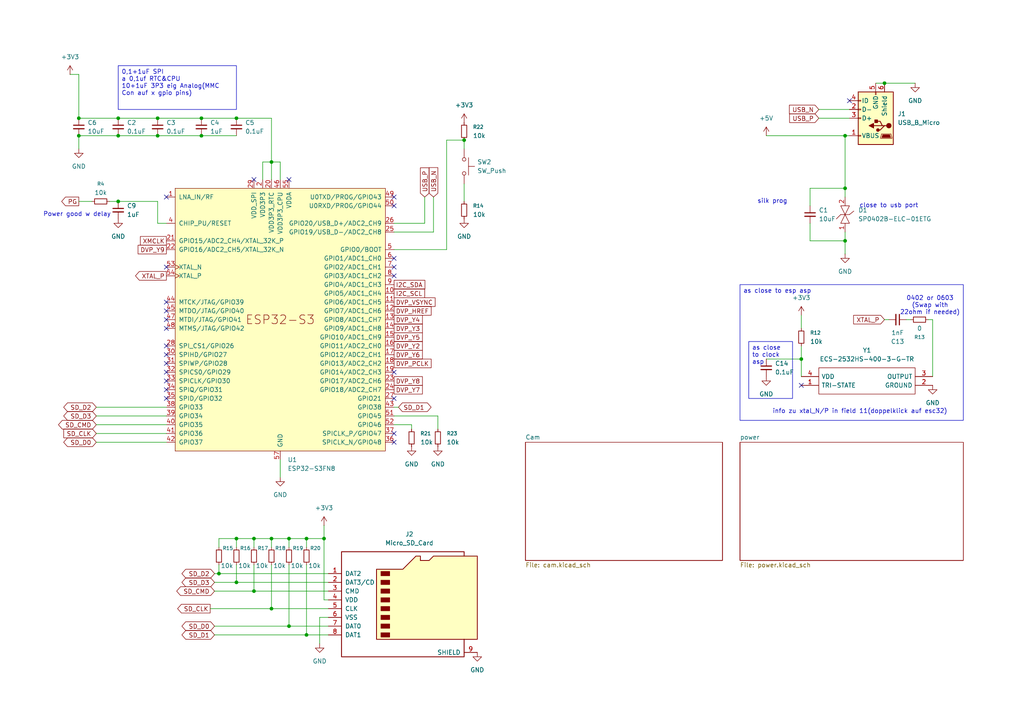
<source format=kicad_sch>
(kicad_sch (version 20250114) (generator "eeschema") (generator_version "9.0")
  (paper "A4")
  (lib_symbols
    (symbol "Connector:Micro_SD_Card" (pin_names (offset 1.016))
      (property "Reference" "J" (at -16.51 15.24 0))
      (property "Value" "Micro_SD_Card" (at 16.51 15.24 0))
      (symbol "Micro_SD_Card_0_1"
        (polyline (pts (xy -8.89 -11.43) (xy -8.89 8.89) (xy -1.27 8.89) (xy 2.54 12.7) (xy 3.81 12.7) (xy 3.81 11.43) (xy 6.35 11.43) (xy 7.62 12.7) (xy 20.32 12.7) (xy 20.32 -11.43) (xy -8.89 -11.43)) (stroke (width 0.254)) (fill (type background)))
        (rectangle (start -7.62 8.255) (end -5.08 6.985) (fill (type outline)))
        (rectangle (start -7.62 5.715) (end -5.08 4.445) (fill (type outline)))
        (rectangle (start -7.62 3.175) (end -5.08 1.905) (fill (type outline)))
        (rectangle (start -7.62 0.635) (end -5.08 -0.635) (fill (type outline)))
        (rectangle (start -7.62 -1.905) (end -5.08 -3.175) (fill (type outline)))
        (rectangle (start -7.62 -4.445) (end -5.08 -5.715) (fill (type outline)))
        (rectangle (start -7.62 -6.985) (end -5.08 -8.255) (fill (type outline)))
        (rectangle (start -7.62 -9.525) (end -5.08 -10.795) (fill (type outline)))
        (polyline (pts (xy 16.51 12.7) (xy 16.51 13.97) (xy -19.05 13.97) (xy -19.05 -16.51) (xy 16.51 -16.51) (xy 16.51 -11.43)) (stroke (width 0.254)))
      )
      (symbol "Micro_SD_Card_1_1"
        (pin bidirectional line (at -22.86 7.62 0) (length 3.81) (name "DAT2") (number "1"))
        (pin bidirectional line (at -22.86 5.08 0) (length 3.81) (name "DAT3/CD") (number "2"))
        (pin input line (at -22.86 2.54 0) (length 3.81) (name "CMD") (number "3"))
        (pin power_in line (at -22.86 0 0) (length 3.81) (name "VDD") (number "4"))
        (pin input line (at -22.86 -2.54 0) (length 3.81) (name "CLK") (number "5"))
        (pin power_in line (at -22.86 -5.08 0) (length 3.81) (name "VSS") (number "6"))
        (pin bidirectional line (at -22.86 -7.62 0) (length 3.81) (name "DAT0") (number "7"))
        (pin bidirectional line (at -22.86 -10.16 0) (length 3.81) (name "DAT1") (number "8"))
        (pin passive line (at 20.32 -15.24 180) (length 3.81) (name "SHIELD") (number "9"))
      )
    )
    (symbol "Connector:USB_B_Micro" (pin_names (offset 1.016))
      (property "Reference" "J" (at -5.08 11.43 0))
      (property "Value" "USB_B_Micro" (at -5.08 8.89 0))
      (symbol "USB_B_Micro_0_1"
        (rectangle (start -5.08 -7.62) (end 5.08 7.62) (stroke (width 0.254)) (fill (type background)))
        (polyline (pts (xy -4.699 5.842) (xy -4.699 5.588) (xy -4.445 4.826) (xy -4.445 4.572) (xy -1.651 4.572) (xy -1.651 4.826) (xy -1.397 5.588) (xy -1.397 5.842) (xy -4.699 5.842)))
        (polyline (pts (xy -4.318 5.588) (xy -1.778 5.588) (xy -2.032 4.826) (xy -4.064 4.826) (xy -4.318 5.588)) (fill (type outline)))
        (circle (center -3.81 2.159) (radius 0.635) (stroke (width 0.254)) (fill (type outline)))
        (polyline (pts (xy -3.175 2.159) (xy -2.54 2.159) (xy -1.27 3.429) (xy -0.635 3.429)) (stroke (width 0.254)))
        (polyline (pts (xy -2.54 2.159) (xy -1.905 2.159) (xy -1.27 0.889) (xy 0 0.889)) (stroke (width 0.254)))
        (polyline (pts (xy -1.905 2.159) (xy 0.635 2.159)) (stroke (width 0.254)))
        (circle (center -0.635 3.429) (radius 0.381) (stroke (width 0.254)) (fill (type outline)))
        (rectangle (start -0.127 -7.62) (end 0.127 -6.858))
        (rectangle (start 0.254 1.27) (end -0.508 0.508) (stroke (width 0.254)) (fill (type outline)))
        (polyline (pts (xy 0.635 2.794) (xy 0.635 1.524) (xy 1.905 2.159) (xy 0.635 2.794)) (stroke (width 0.254)) (fill (type outline)))
        (rectangle (start 5.08 4.953) (end 4.318 5.207))
        (rectangle (start 5.08 -0.127) (end 4.318 0.127))
        (rectangle (start 5.08 -2.667) (end 4.318 -2.413))
        (rectangle (start 5.08 -5.207) (end 4.318 -4.953))
      )
      (symbol "USB_B_Micro_1_1"
        (pin passive line (at -2.54 -10.16 90) (length 2.54) (name "Shield") (number "6"))
        (pin power_out line (at 0 -10.16 90) (length 2.54) (name "GND") (number "5"))
        (pin power_out line (at 7.62 5.08 180) (length 2.54) (name "VBUS") (number "1"))
        (pin bidirectional line (at 7.62 0 180) (length 2.54) (name "D+") (number "3"))
        (pin bidirectional line (at 7.62 -2.54 180) (length 2.54) (name "D-") (number "2"))
        (pin passive line (at 7.62 -5.08 180) (length 2.54) (name "ID") (number "4"))
      )
    )
    (symbol "Device:C_Small" (pin_numbers (hide yes)) (pin_names (offset 0.254) (hide yes))
      (property "Reference" "C" (at 0.254 1.778 0))
      (property "Value" "C_Small" (at 0.254 -2.032 0))
      (symbol "C_Small_0_1"
        (polyline (pts (xy -1.524 0.508) (xy 1.524 0.508)) (stroke (width 0.3048)))
        (polyline (pts (xy -1.524 -0.508) (xy 1.524 -0.508)) (stroke (width 0.3302)))
      )
      (symbol "C_Small_1_1"
        (pin passive line (at 0 2.54 270) (length 2.032) (name "~") (number "1"))
        (pin passive line (at 0 -2.54 90) (length 2.032) (name "~") (number "2"))
      )
    )
    (symbol "Device:R_Small" (pin_numbers (hide yes)) (pin_names (offset 0.254) (hide yes))
      (property "Reference" "R" (at 0 0 90))
      (property "Value" "R_Small" (at 1.778 0 90))
      (symbol "R_Small_0_1"
        (rectangle (start -0.762 1.778) (end 0.762 -1.778) (stroke (width 0.2032)))
      )
      (symbol "R_Small_1_1"
        (pin passive line (at 0 2.54 270) (length 0.762) (name "~") (number "1"))
        (pin passive line (at 0 -2.54 90) (length 0.762) (name "~") (number "2"))
      )
    )
    (symbol "PCM_Espressif:ESP32-S3" (pin_names (offset 1.016))
      (property "Reference" "U" (at -30.48 43.18 0))
      (property "Value" "ESP32-S3" (at -30.48 40.64 0))
      (symbol "ESP32-S3_0_0"
        (text "ESP32-S3" (at 0 0 0) (effects (font (size 2.54 2.54))))
        (pin bidirectional line (at 33.02 -33.02 180) (length 2.54) (name "SPICLK_P/GPIO47") (number "37"))
        (pin bidirectional line (at 33.02 -35.56 180) (length 2.54) (name "SPICLK_N/GPIO48") (number "36"))
      )
      (symbol "ESP32-S3_0_1"
        (rectangle (start -30.48 38.1) (end 30.48 -38.1) (fill (type background)))
      )
      (symbol "ESP32-S3_1_1"
        (pin bidirectional line (at -33.02 35.56 0) (length 2.54) (name "LNA_IN/RF") (number "1"))
        (pin input line (at -33.02 27.94 0) (length 2.54) (name "CHIP_PU/RESET") (number "4"))
        (pin bidirectional line (at -33.02 22.86 0) (length 2.54) (name "GPIO15/ADC2_CH4/XTAL_32K_P") (number "21"))
        (pin bidirectional line (at -33.02 20.32 0) (length 2.54) (name "GPIO16/ADC2_CH5/XTAL_32K_N") (number "22"))
        (pin input clock (at -33.02 15.24 0) (length 2.54) (name "XTAL_N") (number "53"))
        (pin output clock (at -33.02 12.7 0) (length 2.54) (name "XTAL_P") (number "54"))
        (pin bidirectional line (at -33.02 5.08 0) (length 2.54) (name "MTCK/JTAG/GPIO39") (number "44"))
        (pin bidirectional line (at -33.02 2.54 0) (length 2.54) (name "MTDO/JTAG/GPIO40") (number "45"))
        (pin bidirectional line (at -33.02 0 0) (length 2.54) (name "MTDI/JTAG/GPIO41") (number "47"))
        (pin bidirectional line (at -33.02 -2.54 0) (length 2.54) (name "MTMS/JTAG/GPIO42") (number "48"))
        (pin bidirectional line (at -33.02 -7.62 0) (length 2.54) (name "SPI_CS1/GPIO26") (number "28"))
        (pin bidirectional line (at -33.02 -10.16 0) (length 2.54) (name "SPIHD/GPIO27") (number "30"))
        (pin bidirectional line (at -33.02 -12.7 0) (length 2.54) (name "SPIWP/GPIO28") (number "31"))
        (pin bidirectional line (at -33.02 -15.24 0) (length 2.54) (name "SPICS0/GPIO29") (number "32"))
        (pin bidirectional line (at -33.02 -17.78 0) (length 2.54) (name "SPICLK/GPIO30") (number "33"))
        (pin bidirectional line (at -33.02 -20.32 0) (length 2.54) (name "SPIQ/GPIO31") (number "34"))
        (pin bidirectional line (at -33.02 -22.86 0) (length 2.54) (name "SPID/GPIO32") (number "35"))
        (pin bidirectional line (at -33.02 -25.4 0) (length 2.54) (name "GPIO33") (number "38"))
        (pin bidirectional line (at -33.02 -27.94 0) (length 2.54) (name "GPIO34") (number "39"))
        (pin bidirectional line (at -33.02 -30.48 0) (length 2.54) (name "GPIO35") (number "40"))
        (pin bidirectional line (at -33.02 -33.02 0) (length 2.54) (name "GPIO36") (number "41"))
        (pin bidirectional line (at -33.02 -35.56 0) (length 2.54) (name "GPIO37") (number "42"))
        (pin power_out line (at -7.62 40.64 270) (length 2.54) (name "VDD_SPI") (number "29"))
        (pin power_in line (at -5.08 40.64 270) (length 2.54) (name "VDD3P3") (number "2"))
        (pin power_in line (at -5.08 40.64 270) (length 2.54) (hide yes) (name "VDD3P3") (number "3"))
        (pin power_in line (at -2.54 40.64 270) (length 2.54) (name "VDD3P3_RTC") (number "20"))
        (pin power_in line (at 0 40.64 270) (length 2.54) (name "VDD3P3_CPU") (number "46"))
        (pin power_in line (at 0 -40.64 90) (length 2.54) (name "GND") (number "57"))
        (pin power_in line (at 2.54 40.64 270) (length 2.54) (name "VDDA") (number "55"))
        (pin passive line (at 2.54 40.64 270) (length 2.54) (hide yes) (name "VDDA") (number "56"))
        (pin bidirectional line (at 33.02 35.56 180) (length 2.54) (name "U0TXD/PROG/GPIO43") (number "49"))
        (pin bidirectional line (at 33.02 33.02 180) (length 2.54) (name "U0RXD/PROG/GPIO44") (number "50"))
        (pin bidirectional line (at 33.02 27.94 180) (length 2.54) (name "GPIO20/USB_D+/ADC2_CH9") (number "26"))
        (pin bidirectional line (at 33.02 25.4 180) (length 2.54) (name "GPIO19/USB_D-/ADC2_CH8") (number "25"))
        (pin bidirectional line (at 33.02 20.32 180) (length 2.54) (name "GPIO0/BOOT") (number "5"))
        (pin bidirectional line (at 33.02 17.78 180) (length 2.54) (name "GPIO1/ADC1_CH0") (number "6"))
        (pin bidirectional line (at 33.02 15.24 180) (length 2.54) (name "GPIO2/ADC1_CH1") (number "7"))
        (pin bidirectional line (at 33.02 12.7 180) (length 2.54) (name "GPIO3/ADC1_CH2") (number "8"))
        (pin bidirectional line (at 33.02 10.16 180) (length 2.54) (name "GPIO4/ADC1_CH3") (number "9"))
        (pin bidirectional line (at 33.02 7.62 180) (length 2.54) (name "GPIO5/ADC1_CH4") (number "10"))
        (pin bidirectional line (at 33.02 5.08 180) (length 2.54) (name "GPIO6/ADC1_CH5") (number "11"))
        (pin bidirectional line (at 33.02 2.54 180) (length 2.54) (name "GPIO7/ADC1_CH6") (number "12"))
        (pin bidirectional line (at 33.02 0 180) (length 2.54) (name "GPIO8/ADC1_CH7") (number "13"))
        (pin bidirectional line (at 33.02 -2.54 180) (length 2.54) (name "GPIO9/ADC1_CH8") (number "14"))
        (pin bidirectional line (at 33.02 -5.08 180) (length 2.54) (name "GPIO10/ADC1_CH9") (number "15"))
        (pin bidirectional line (at 33.02 -7.62 180) (length 2.54) (name "GPIO11/ADC2_CH0") (number "16"))
        (pin bidirectional line (at 33.02 -10.16 180) (length 2.54) (name "GPIO12/ADC2_CH1") (number "17"))
        (pin bidirectional line (at 33.02 -12.7 180) (length 2.54) (name "GPIO13/ADC2_CH2") (number "18"))
        (pin bidirectional line (at 33.02 -15.24 180) (length 2.54) (name "GPIO14/ADC2_CH3") (number "19"))
        (pin bidirectional line (at 33.02 -17.78 180) (length 2.54) (name "GPIO17/ADC2_CH6") (number "23"))
        (pin bidirectional line (at 33.02 -20.32 180) (length 2.54) (name "GPIO18/ADC2_CH7") (number "24"))
        (pin bidirectional line (at 33.02 -22.86 180) (length 2.54) (name "GPIO21") (number "27"))
        (pin bidirectional line (at 33.02 -25.4 180) (length 2.54) (name "GPIO38") (number "43"))
        (pin bidirectional line (at 33.02 -27.94 180) (length 2.54) (name "GPIO45") (number "51"))
        (pin bidirectional line (at 33.02 -30.48 180) (length 2.54) (name "GPIO46") (number "52"))
      )
    )
    (symbol "SamacSys_Parts2:SP0402B-ELC-01ETG" (pin_names (offset 0.762))
      (property "Reference" "D" (at 12.7 8.89 0))
      (property "Value" "SP0402B-ELC-01ETG" (at 12.7 6.35 0))
      (symbol "SP0402B-ELC-01ETG_0_0"
        (pin passive line (at 5.08 0 0) (length 2.54) (name "~") (number "1"))
        (pin passive line (at 15.24 0 180) (length 2.54) (name "~") (number "2"))
      )
      (symbol "SP0402B-ELC-01ETG_0_1"
        (polyline (pts (xy 8.89 2.54) (xy 10.16 1.27)) (stroke (width 0.1524)))
        (polyline (pts (xy 10.16 0) (xy 7.62 -1.27) (xy 7.62 1.27) (xy 10.16 0)) (stroke (width 0.1524)))
        (polyline (pts (xy 10.16 0) (xy 12.7 -1.27) (xy 12.7 1.27) (xy 10.16 0)) (stroke (width 0.1524)))
        (polyline (pts (xy 10.16 -1.27) (xy 10.16 1.27)) (stroke (width 0.1524)))
        (polyline (pts (xy 10.16 -1.27) (xy 11.176 -2.54)) (stroke (width 0.1524)))
      )
    )
    (symbol "SamacSys_Parts:ECS-2532HS-400-3-G-TR" (pin_names (offset 0.762))
      (property "Reference" "Y" (at 34.29 7.62 0))
      (property "Value" "ECS-2532HS-400-3-G-TR" (at 34.29 5.08 0))
      (symbol "ECS-2532HS-400-3-G-TR_0_0"
        (pin passive line (at 0 0 0) (length 5.08) (name "VDD") (number "4"))
        (pin passive line (at 0 -2.54 0) (length 5.08) (name "TRI-STATE") (number "1"))
        (pin passive line (at 38.1 0 180) (length 5.08) (name "OUTPUT") (number "3"))
        (pin passive line (at 38.1 -2.54 180) (length 5.08) (name "GROUND") (number "2"))
      )
      (symbol "ECS-2532HS-400-3-G-TR_0_1"
        (polyline (pts (xy 5.08 2.54) (xy 33.02 2.54) (xy 33.02 -5.08) (xy 5.08 -5.08) (xy 5.08 2.54)) (stroke (width 0.1524)))
      )
    )
    (symbol "Switch:SW_Push" (pin_numbers (hide yes)) (pin_names (offset 1.016) (hide yes))
      (property "Reference" "SW" (at 1.27 2.54 0))
      (property "Value" "SW_Push" (at 0 -1.524 0))
      (symbol "SW_Push_0_1"
        (circle (center -2.032 0) (radius 0.508))
        (polyline (pts (xy 0 1.27) (xy 0 3.048)))
        (circle (center 2.032 0) (radius 0.508))
        (polyline (pts (xy 2.54 1.27) (xy -2.54 1.27)))
        (pin passive line (at -5.08 0 0) (length 2.54) (name "1") (number "1"))
        (pin passive line (at 5.08 0 180) (length 2.54) (name "2") (number "2"))
      )
    )
    (symbol "power:+3V3" (power) (pin_numbers (hide yes)) (pin_names (offset 0) (hide yes))
      (property "Value" "+3V3" (at 0 3.556 0))
      (symbol "+3V3_0_1"
        (polyline (pts (xy -0.762 1.27) (xy 0 2.54)))
        (polyline (pts (xy 0 2.54) (xy 0.762 1.27)))
        (polyline (pts (xy 0 0) (xy 0 2.54)))
      )
      (symbol "+3V3_1_1"
        (pin power_in line (at 0 0 90) (length 0) (name "~") (number "1"))
      )
    )
    (symbol "power:+5V" (power) (pin_numbers (hide yes)) (pin_names (offset 0) (hide yes))
      (property "Value" "+5V" (at 0 3.556 0))
      (symbol "+5V_0_1"
        (polyline (pts (xy -0.762 1.27) (xy 0 2.54)))
        (polyline (pts (xy 0 2.54) (xy 0.762 1.27)))
        (polyline (pts (xy 0 0) (xy 0 2.54)))
      )
      (symbol "+5V_1_1"
        (pin power_in line (at 0 0 90) (length 0) (name "~") (number "1"))
      )
    )
    (symbol "power:GND" (power) (pin_numbers (hide yes)) (pin_names (offset 0) (hide yes))
      (property "Value" "GND" (at 0 -3.81 0))
      (symbol "GND_0_1"
        (polyline (pts (xy 0 0) (xy 0 -1.27) (xy 1.27 -1.27) (xy 0 -2.54) (xy -1.27 -1.27) (xy 0 -1.27)))
      )
      (symbol "GND_1_1"
        (pin power_in line (at 0 0 270) (length 0) (name "~") (number "1"))
      )
    )
  )
  (text "Power good w delay" (at 22.352 62.23 0) (effects (font (size 1.27 1.27))))
  (text "close to usb port" (at 257.81 59.69 0) (effects (font (size 1.27 1.27))))
  (text "0402 or 0603\n(Swap with\n22ohm if needed)" (at 269.748 88.646 0) (effects (font (size 1.27 1.27))))
  (text "silk prog" (at 224.028 58.42 0) (effects (font (size 1.27 1.27))))
  (text "info zu xtal_N/P in field 11(doppelklick auf esc32)" (at 249.428 119.38 0) (effects (font (size 1.27 1.27))))
  (text_box "as close to esp asp" (at 214.63 82.55 0) (size 64.77 39.37) (margins 0.9525 0.9525 0.9525 0.9525) (effects (font (size 1.27 1.27)) (justify left top)))
  (text_box "0,1+1uF SPI\na 0,1uf RTC&CPU\n10+1uF 3P3 eig Analog(MMC Con auf x gpio pins)" (at 34.29 19.05 0) (size 34.29 12.7) (margins 0.9525 0.9525 0.9525 0.9525) (effects (font (size 1.27 1.27)) (justify left top)))
  (text_box "as close to clock asp" (at 217.17 99.06 0) (size 12.7 16.51) (margins 0.9525 0.9525 0.9525 0.9525) (effects (font (size 1.27 1.27)) (justify left top)))
  (junction (at 34.29 39.37))
  (junction (at 58.42 34.29))
  (junction (at 22.86 39.37))
  (junction (at 22.86 34.29))
  (junction (at 45.72 39.37))
  (junction (at 78.74 176.53))
  (junction (at 45.72 34.29))
  (junction (at 93.98 156.21))
  (junction (at 245.11 69.85))
  (junction (at 78.74 46.99))
  (junction (at 88.9 184.15))
  (junction (at 245.11 54.61))
  (junction (at 83.82 156.21))
  (junction (at 232.41 104.14))
  (junction (at 83.82 181.61))
  (junction (at 68.58 34.29))
  (junction (at 256.54 24.13))
  (junction (at 73.66 156.21))
  (junction (at 245.11 39.37))
  (junction (at 58.42 39.37))
  (junction (at 34.29 34.29))
  (junction (at 63.5 166.37))
  (junction (at 78.74 156.21))
  (junction (at 68.58 168.91))
  (junction (at 34.29 58.42))
  (junction (at 68.58 156.21))
  (junction (at 73.66 171.45))
  (junction (at 88.9 156.21))
  (junction (at 134.62 40.64))
  (no_connect (at 114.3 80.01))
  (no_connect (at 48.26 95.25))
  (no_connect (at 114.3 59.69))
  (no_connect (at 73.66 52.07))
  (no_connect (at 48.26 102.87))
  (no_connect (at 114.3 125.73))
  (no_connect (at 48.26 115.57))
  (no_connect (at 114.3 77.47))
  (no_connect (at 48.26 57.15))
  (no_connect (at 114.3 57.15))
  (no_connect (at 48.26 87.63))
  (no_connect (at 48.26 77.47))
  (no_connect (at 48.26 100.33))
  (no_connect (at 48.26 90.17))
  (no_connect (at 48.26 107.95))
  (no_connect (at 114.3 107.95))
  (no_connect (at 114.3 115.57))
  (no_connect (at 114.3 74.93))
  (no_connect (at 48.26 92.71))
  (no_connect (at 48.26 110.49))
  (no_connect (at 114.3 128.27))
  (no_connect (at 246.38 29.21))
  (no_connect (at 83.82 52.07))
  (no_connect (at 48.26 113.03))
  (no_connect (at 232.41 111.76))
  (no_connect (at 48.26 105.41))
  (wire (pts (xy 92.71 179.07) (xy 92.71 186.69)))
  (wire (pts (xy 78.74 156.21) (xy 78.74 158.75)))
  (wire (pts (xy 78.74 176.53) (xy 95.25 176.53)))
  (wire (pts (xy 27.94 123.19) (xy 48.26 123.19)))
  (wire (pts (xy 129.54 40.64) (xy 129.54 72.39)))
  (wire (pts (xy 134.62 53.34) (xy 134.62 58.42)))
  (wire (pts (xy 63.5 158.75) (xy 63.5 156.21)))
  (wire (pts (xy 78.74 163.83) (xy 78.74 176.53)))
  (wire (pts (xy 20.32 21.59) (xy 22.86 21.59)))
  (wire (pts (xy 257.81 92.71) (xy 256.54 92.71)))
  (wire (pts (xy 62.23 166.37) (xy 63.5 166.37)))
  (wire (pts (xy 45.72 64.77) (xy 48.26 64.77)))
  (wire (pts (xy 270.51 92.71) (xy 269.24 92.71)))
  (wire (pts (xy 232.41 109.22) (xy 232.41 104.14)))
  (wire (pts (xy 83.82 163.83) (xy 83.82 181.61)))
  (wire (pts (xy 22.86 21.59) (xy 22.86 34.29)))
  (wire (pts (xy 63.5 156.21) (xy 68.58 156.21)))
  (wire (pts (xy 134.62 40.64) (xy 134.62 43.18)))
  (wire (pts (xy 76.2 52.07) (xy 76.2 46.99)))
  (wire (pts (xy 62.23 168.91) (xy 68.58 168.91)))
  (wire (pts (xy 68.58 163.83) (xy 68.58 168.91)))
  (wire (pts (xy 245.11 67.31) (xy 245.11 69.85)))
  (wire (pts (xy 76.2 46.99) (xy 78.74 46.99)))
  (wire (pts (xy 232.41 104.14) (xy 222.25 104.14)))
  (wire (pts (xy 234.95 64.77) (xy 234.95 69.85)))
  (wire (pts (xy 245.11 54.61) (xy 245.11 57.15)))
  (wire (pts (xy 73.66 163.83) (xy 73.66 171.45)))
  (wire (pts (xy 123.19 64.77) (xy 123.19 57.15)))
  (wire (pts (xy 232.41 104.14) (xy 232.41 100.33)))
  (wire (pts (xy 60.96 176.53) (xy 78.74 176.53)))
  (wire (pts (xy 73.66 156.21) (xy 73.66 158.75)))
  (wire (pts (xy 245.11 39.37) (xy 246.38 39.37)))
  (wire (pts (xy 93.98 156.21) (xy 93.98 152.4)))
  (wire (pts (xy 81.28 133.35) (xy 81.28 138.43)))
  (wire (pts (xy 245.11 69.85) (xy 245.11 73.66)))
  (wire (pts (xy 27.94 125.73) (xy 48.26 125.73)))
  (wire (pts (xy 45.72 58.42) (xy 45.72 64.77)))
  (wire (pts (xy 73.66 171.45) (xy 95.25 171.45)))
  (wire (pts (xy 234.95 69.85) (xy 245.11 69.85)))
  (wire (pts (xy 256.54 24.13) (xy 265.43 24.13)))
  (wire (pts (xy 62.23 181.61) (xy 83.82 181.61)))
  (wire (pts (xy 27.94 118.11) (xy 48.26 118.11)))
  (wire (pts (xy 78.74 52.07) (xy 78.74 46.99)))
  (wire (pts (xy 234.95 59.69) (xy 234.95 54.61)))
  (wire (pts (xy 237.49 31.75) (xy 246.38 31.75)))
  (wire (pts (xy 22.86 39.37) (xy 34.29 39.37)))
  (wire (pts (xy 27.94 128.27) (xy 48.26 128.27)))
  (wire (pts (xy 58.42 34.29) (xy 68.58 34.29)))
  (wire (pts (xy 34.29 34.29) (xy 45.72 34.29)))
  (wire (pts (xy 264.16 92.71) (xy 262.89 92.71)))
  (wire (pts (xy 237.49 34.29) (xy 246.38 34.29)))
  (wire (pts (xy 232.41 95.25) (xy 232.41 91.44)))
  (wire (pts (xy 62.23 184.15) (xy 88.9 184.15)))
  (wire (pts (xy 125.73 67.31) (xy 125.73 57.15)))
  (wire (pts (xy 68.58 156.21) (xy 73.66 156.21)))
  (wire (pts (xy 88.9 156.21) (xy 93.98 156.21)))
  (wire (pts (xy 270.51 92.71) (xy 270.51 109.22)))
  (wire (pts (xy 88.9 156.21) (xy 88.9 158.75)))
  (wire (pts (xy 114.3 123.19) (xy 119.38 123.19)))
  (wire (pts (xy 63.5 163.83) (xy 63.5 166.37)))
  (wire (pts (xy 62.23 171.45) (xy 73.66 171.45)))
  (wire (pts (xy 95.25 179.07) (xy 92.71 179.07)))
  (wire (pts (xy 222.25 39.37) (xy 245.11 39.37)))
  (wire (pts (xy 83.82 181.61) (xy 95.25 181.61)))
  (wire (pts (xy 63.5 166.37) (xy 95.25 166.37)))
  (wire (pts (xy 119.38 123.19) (xy 119.38 124.46)))
  (wire (pts (xy 245.11 39.37) (xy 245.11 54.61)))
  (wire (pts (xy 68.58 39.37) (xy 58.42 39.37)))
  (wire (pts (xy 254 24.13) (xy 256.54 24.13)))
  (wire (pts (xy 114.3 118.11) (xy 115.57 118.11)))
  (wire (pts (xy 68.58 156.21) (xy 68.58 158.75)))
  (wire (pts (xy 27.94 120.65) (xy 48.26 120.65)))
  (wire (pts (xy 45.72 34.29) (xy 58.42 34.29)))
  (wire (pts (xy 78.74 34.29) (xy 78.74 46.99)))
  (wire (pts (xy 83.82 156.21) (xy 83.82 158.75)))
  (wire (pts (xy 88.9 184.15) (xy 95.25 184.15)))
  (wire (pts (xy 78.74 46.99) (xy 81.28 46.99)))
  (wire (pts (xy 129.54 40.64) (xy 134.62 40.64)))
  (wire (pts (xy 31.75 58.42) (xy 34.29 58.42)))
  (wire (pts (xy 81.28 52.07) (xy 81.28 46.99)))
  (wire (pts (xy 234.95 54.61) (xy 245.11 54.61)))
  (wire (pts (xy 34.29 58.42) (xy 45.72 58.42)))
  (wire (pts (xy 114.3 64.77) (xy 123.19 64.77)))
  (wire (pts (xy 68.58 168.91) (xy 95.25 168.91)))
  (wire (pts (xy 114.3 120.65) (xy 127 120.65)))
  (wire (pts (xy 78.74 34.29) (xy 68.58 34.29)))
  (wire (pts (xy 22.86 39.37) (xy 22.86 43.18)))
  (wire (pts (xy 95.25 173.99) (xy 93.98 173.99)))
  (wire (pts (xy 78.74 156.21) (xy 83.82 156.21)))
  (wire (pts (xy 88.9 163.83) (xy 88.9 184.15)))
  (wire (pts (xy 73.66 156.21) (xy 78.74 156.21)))
  (wire (pts (xy 83.82 156.21) (xy 88.9 156.21)))
  (wire (pts (xy 45.72 39.37) (xy 34.29 39.37)))
  (wire (pts (xy 22.86 34.29) (xy 34.29 34.29)))
  (wire (pts (xy 127 120.65) (xy 127 124.46)))
  (wire (pts (xy 93.98 173.99) (xy 93.98 156.21)))
  (wire (pts (xy 58.42 39.37) (xy 45.72 39.37)))
  (wire (pts (xy 114.3 67.31) (xy 125.73 67.31)))
  (wire (pts (xy 22.86 58.42) (xy 26.67 58.42)))
  (wire (pts (xy 129.54 72.39) (xy 114.3 72.39)))
  (global_label "SD_D1" (shape bidirectional) (at 62.23 184.15 180) (property "Intersheetrefs" "${INTERSHEET_REFS}" (effects (hide yes))))
  (global_label "DVP_Y4" (shape passive) (at 114.3 92.71 0) (property "Intersheetrefs" "${INTERSHEET_REFS}" (effects (hide yes))))
  (global_label "I2C_SDA" (shape passive) (at 114.3 82.55 0) (property "Intersheetrefs" "${INTERSHEET_REFS}" (effects (hide yes))))
  (global_label "DVP_Y8" (shape passive) (at 114.3 110.49 0) (property "Intersheetrefs" "${INTERSHEET_REFS}" (effects (hide yes))))
  (global_label "SD_D0" (shape bidirectional) (at 27.94 128.27 180) (property "Intersheetrefs" "${INTERSHEET_REFS}" (effects (hide yes))))
  (global_label "SD_CMD" (shape bidirectional) (at 62.23 171.45 180) (property "Intersheetrefs" "${INTERSHEET_REFS}" (effects (hide yes))))
  (global_label "SD_D3" (shape bidirectional) (at 62.23 168.91 180) (property "Intersheetrefs" "${INTERSHEET_REFS}" (effects (hide yes))))
  (global_label "USB_N" (shape input) (at 125.73 57.15 90) (property "Intersheetrefs" "${INTERSHEET_REFS}" (effects (hide yes))))
  (global_label "DVP_Y3" (shape passive) (at 114.3 95.25 0) (property "Intersheetrefs" "${INTERSHEET_REFS}" (effects (hide yes))))
  (global_label "USB_P" (shape input) (at 237.49 34.29 180) (property "Intersheetrefs" "${INTERSHEET_REFS}" (effects (hide yes))))
  (global_label "XMCLK" (shape passive) (at 48.26 69.85 180) (property "Intersheetrefs" "${INTERSHEET_REFS}" (effects (hide yes))))
  (global_label "SD_D1" (shape bidirectional) (at 115.57 118.11 0) (property "Intersheetrefs" "${INTERSHEET_REFS}" (effects (hide yes))))
  (global_label "SD_D3" (shape bidirectional) (at 27.94 120.65 180) (property "Intersheetrefs" "${INTERSHEET_REFS}" (effects (hide yes))))
  (global_label "DVP_Y5" (shape passive) (at 114.3 97.79 0) (property "Intersheetrefs" "${INTERSHEET_REFS}" (effects (hide yes))))
  (global_label "PG" (shape output) (at 22.86 58.42 180) (property "Intersheetrefs" "${INTERSHEET_REFS}" (effects (hide yes))))
  (global_label "DVP_Y2" (shape passive) (at 114.3 100.33 0) (property "Intersheetrefs" "${INTERSHEET_REFS}" (effects (hide yes))))
  (global_label "SD_D2" (shape bidirectional) (at 62.23 166.37 180) (property "Intersheetrefs" "${INTERSHEET_REFS}" (effects (hide yes))))
  (global_label "XTAL_P" (shape output) (at 48.26 80.01 180) (property "Intersheetrefs" "${INTERSHEET_REFS}" (effects (hide yes))))
  (global_label "DVP_Y6" (shape passive) (at 114.3 102.87 0) (property "Intersheetrefs" "${INTERSHEET_REFS}" (effects (hide yes))))
  (global_label "DVP_VSYNC" (shape passive) (at 114.3 87.63 0) (property "Intersheetrefs" "${INTERSHEET_REFS}" (effects (hide yes))))
  (global_label "DVP_PCLK" (shape passive) (at 114.3 105.41 0) (property "Intersheetrefs" "${INTERSHEET_REFS}" (effects (hide yes))))
  (global_label "USB_P" (shape input) (at 123.19 57.15 90) (property "Intersheetrefs" "${INTERSHEET_REFS}" (effects (hide yes))))
  (global_label "XTAL_P" (shape input) (at 256.54 92.71 180) (property "Intersheetrefs" "${INTERSHEET_REFS}" (effects (hide yes))))
  (global_label "SD_CLK" (shape input) (at 27.94 125.73 180) (property "Intersheetrefs" "${INTERSHEET_REFS}" (effects (hide yes))))
  (global_label "DVP_HREF" (shape passive) (at 114.3 90.17 0) (property "Intersheetrefs" "${INTERSHEET_REFS}" (effects (hide yes))))
  (global_label "DVP_Y7" (shape passive) (at 114.3 113.03 0) (property "Intersheetrefs" "${INTERSHEET_REFS}" (effects (hide yes))))
  (global_label "SD_CMD" (shape bidirectional) (at 27.94 123.19 180) (property "Intersheetrefs" "${INTERSHEET_REFS}" (effects (hide yes))))
  (global_label "SD_D0" (shape bidirectional) (at 62.23 181.61 180) (property "Intersheetrefs" "${INTERSHEET_REFS}" (effects (hide yes))))
  (global_label "DVP_Y9" (shape passive) (at 48.26 72.39 180) (property "Intersheetrefs" "${INTERSHEET_REFS}" (effects (hide yes))))
  (global_label "USB_N" (shape input) (at 237.49 31.75 180) (property "Intersheetrefs" "${INTERSHEET_REFS}" (effects (hide yes))))
  (global_label "SD_CLK" (shape output) (at 60.96 176.53 180) (property "Intersheetrefs" "${INTERSHEET_REFS}" (effects (hide yes))))
  (global_label "SD_D2" (shape bidirectional) (at 27.94 118.11 180) (property "Intersheetrefs" "${INTERSHEET_REFS}" (effects (hide yes))))
  (global_label "I2C_SCL" (shape passive) (at 114.3 85.09 0) (property "Intersheetrefs" "${INTERSHEET_REFS}" (effects (hide yes))))
  (symbol (lib_id "Device:C_Small") (at 234.95 62.23 0) (unit 1)
    (property "Reference" "C1" (at 237.49 60.9662 0) (effects (justify left)))
    (property "Value" "10uF" (at 237.49 63.5062 0) (effects (justify left)))
    (property "Footprint" "Capacitor_SMD:C_0201_0603Metric" (effects (hide yes)))
    (property "Description" "Unpolarized capacitor, small symbol" (effects (hide yes)))
  )
  (symbol (lib_id "power:GND") (at 22.86 43.18 0) (unit 1)
    (property "Reference" "#PWR03" (effects (hide yes)))
    (property "Value" "GND" (at 22.86 48.26 0))
    (property "Description" "Power symbol creates a global label with name \"GND\" , ground" (effects (hide yes)))
  )
  (symbol (lib_id "Connector:USB_B_Micro") (at 254 34.29 180) (unit 1)
    (property "Reference" "J1" (at 260.35 33.0199 0) (effects (justify right)))
    (property "Value" "USB_B_Micro" (at 260.35 35.5599 0) (effects (justify right)))
    (property "Footprint" "Connector_USB:USB_Micro-AB_Molex_47590-0001" (effects (hide yes)))
    (property "Description" "USB Micro Type B connector" (effects (hide yes)))
  )
  (symbol (lib_id "Device:R_Small") (at 73.66 161.29 0) (unit 1)
    (property "Reference" "R17" (at 74.676 159.004 0) (effects (font (size 1.016 1.016)) (justify left)))
    (property "Value" "10k" (at 74.168 164.084 0) (effects (justify left)))
    (property "Footprint" "Resistor_SMD:R_0201_0603Metric" (effects (hide yes)))
    (property "Description" "Resistor, small symbol" (effects (hide yes)))
  )
  (symbol (lib_id "power:+3V3") (at 232.41 91.44 0) (unit 1)
    (property "Reference" "#PWR029" (effects (hide yes)))
    (property "Value" "+3V3" (at 232.41 86.36 0))
    (property "Description" "Power symbol creates a global label with name \"+3V3\"" (effects (hide yes)))
  )
  (symbol (lib_id "Device:R_Small") (at 78.74 161.29 0) (unit 1)
    (property "Reference" "R18" (at 79.756 159.004 0) (effects (font (size 1.016 1.016)) (justify left)))
    (property "Value" "10k" (at 79.248 164.084 0) (effects (justify left)))
    (property "Footprint" "Resistor_SMD:R_0201_0603Metric" (effects (hide yes)))
    (property "Description" "Resistor, small symbol" (effects (hide yes)))
  )
  (symbol (lib_id "power:GND") (at 34.29 63.5 0) (unit 1)
    (property "Reference" "#PWR09" (effects (hide yes)))
    (property "Value" "GND" (at 34.29 68.58 0))
    (property "Description" "Power symbol creates a global label with name \"GND\" , ground" (effects (hide yes)))
  )
  (symbol (lib_id "Device:R_Small") (at 119.38 127 0) (unit 1)
    (property "Reference" "R21" (at 121.92 125.7299 0) (effects (font (size 1.016 1.016)) (justify left)))
    (property "Value" "10k" (at 121.92 128.2699 0) (effects (justify left)))
    (property "Footprint" "Resistor_SMD:R_0201_0603Metric" (effects (hide yes)))
    (property "Description" "Resistor, small symbol" (effects (hide yes)))
  )
  (symbol (lib_id "power:GND") (at 127 129.54 0) (unit 1)
    (property "Reference" "#PWR035" (effects (hide yes)))
    (property "Value" "GND" (at 127 134.62 0))
    (property "Description" "Power symbol creates a global label with name \"GND\" , ground" (effects (hide yes)))
  )
  (symbol (lib_id "power:GND") (at 134.62 63.5 0) (unit 1)
    (property "Reference" "#PWR010" (effects (hide yes)))
    (property "Value" "GND" (at 134.62 68.58 0))
    (property "Description" "Power symbol creates a global label with name \"GND\" , ground" (effects (hide yes)))
  )
  (symbol (lib_id "SamacSys_Parts:ECS-2532HS-400-3-G-TR") (at 232.41 109.22 0) (unit 1)
    (property "Reference" "Y1" (at 251.46 101.6 0))
    (property "Value" "ECS-2532HS-400-3-G-TR" (at 251.46 104.14 0))
    (property "Footprint" "SamacSys_Parts2:ECS2532HS4003GTR" (effects (hide yes)))
    (property "Datasheet" "https://ecsxtal.com/store/pdf/ECS_2532HS.pdf" (effects (hide yes)))
    (property "Description" "Standard Clock Oscillators 40.000 MHz 3.3V" (effects (hide yes)))
    (property "Description_1" "Standard Clock Oscillators 40.000 MHz 3.3V" (effects (hide yes)))
    (property "Height" "1.1" (effects (hide yes)))
    (property "Mouser Part Number" "520-2532HS-400-3-G" (effects (hide yes)))
    (property "Mouser Price/Stock" "https://www.mouser.co.uk/ProductDetail/ECS/ECS-2532HS-400-3-G-TR?qs=5lHMIjPfuwJPbGR60BBcVw%3D%3D" (effects (hide yes)))
    (property "Manufacturer_Name" "ECS" (effects (hide yes)))
    (property "Manufacturer_Part_Number" "ECS-2532HS-400-3-G-TR" (effects (hide yes)))
    (property "Field11" "The presence of two pins (XTAL_P and XTAL_N) is dictated by the internal circuitry required to drive a Passive Crystal, which is the default use case for the chip.  Here is the technical breakdown of the internal architecture: 1. The Internal Inverting Amplifier  Inside the ESP32-S3, located physically between pin 28 and pin 27, is a high-gain Inverting Transconductance Amplifier.      XTAL_P (Pin 28): This is the Input to the internal amplifier.      XTAL_N (Pin 27): This is the Output of the internal amplifier.  2. How a Passive Crystal Works (Closed Loop)  A passive quartz crystal does not generate a signal on its own; it is a piezoelectric resonator. To make it oscillate, it must be placed in a feedback loop (specifically, a Pierce Oscillator configuration).      The internal amplifier amplifies noise on the Input (P) and pushes it out the Output (N).      This signal travels through the external Crystal connected between N and P.      The Crystal acts as a precise band-pass filter and phase shifter. It feeds the signal back into the Input (P) at exactly 40 MHz.      The loop stabilizes, creating a continuous sine wave.  Therefore, two pins are required: one to \"listen\" to the crystal (XTAL_P) and one to \"drive\" the crystal (XTAL_N). 3. Why you leave XTAL_N floating with an Active Oscillator  When you use your ECS-2520SMV active oscillator:      The external oscillator generates the full 40 MHz signal power itself.      You connect this signal into the amplifier's Input (XTAL_P).      The internal amplifier still tries to invert this signal and output it on XTAL_N, but since nothing is connected there, the signal goes nowhere.      The internal clock distribution logic taps the signal before the amplifier output, so the chip receives the clock correctly from the XTAL_P line.  Summary  The chip has two pins to form a complete electrical circuit through a passive crystal. Since you are providing a signal externally, you break that loop, drive the input (P), and ignore the output (N)." (effects (hide yes)))
  )
  (symbol (lib_id "Device:C_Small") (at 68.58 36.83 0) (unit 1)
    (property "Reference" "C5" (at 71.12 35.5662 0) (effects (justify left)))
    (property "Value" "0.1uF" (at 71.12 38.1062 0) (effects (justify left)))
    (property "Footprint" "Capacitor_SMD:C_0201_0603Metric" (effects (hide yes)))
    (property "Description" "Unpolarized capacitor, small symbol" (effects (hide yes)))
  )
  (symbol (lib_id "power:GND") (at 245.11 73.66 0) (unit 1)
    (property "Reference" "#PWR02" (effects (hide yes)))
    (property "Value" "GND" (at 245.11 78.74 0))
    (property "Description" "Power symbol creates a global label with name \"GND\" , ground" (effects (hide yes)))
  )
  (symbol (lib_id "Device:R_Small") (at 232.41 97.79 0) (unit 1)
    (property "Reference" "R12" (at 234.95 96.5199 0) (effects (font (size 1.016 1.016)) (justify left)))
    (property "Value" "10k" (at 234.95 99.0599 0) (effects (justify left)))
    (property "Footprint" "Resistor_SMD:R_0201_0603Metric" (effects (hide yes)))
    (property "Description" "Resistor, small symbol" (effects (hide yes)))
  )
  (symbol (lib_id "power:GND") (at 92.71 186.69 0) (unit 1)
    (property "Reference" "#PWR032" (effects (hide yes)))
    (property "Value" "GND" (at 92.71 191.77 0))
    (property "Description" "Power symbol creates a global label with name \"GND\" , ground" (effects (hide yes)))
  )
  (symbol (lib_id "Device:C_Small") (at 260.35 92.71 270) (unit 1)
    (property "Reference" "C13" (at 260.3437 99.06 90))
    (property "Value" "1nF" (at 260.3437 96.52 90))
    (property "Footprint" "Capacitor_SMD:C_0201_0603Metric" (effects (hide yes)))
    (property "Description" "Unpolarized capacitor, small symbol" (effects (hide yes)))
  )
  (symbol (lib_id "Device:R_Small") (at 266.7 92.71 90) (unit 1)
    (property "Reference" "R13" (at 266.7 97.79 90) (effects (font (size 1.016 1.016))))
    (property "Value" "0" (at 266.7 95.25 90))
    (property "Footprint" "Resistor_SMD:R_0201_0603Metric" (effects (hide yes)))
    (property "Description" "Resistor, small symbol" (effects (hide yes)))
  )
  (symbol (lib_id "PCM_Espressif:ESP32-S3") (at 81.28 92.71 0) (unit 1)
    (property "Reference" "U1" (at 83.4233 133.35 0) (effects (justify left)))
    (property "Value" "ESP32-S3FN8" (at 83.4233 135.89 0) (effects (justify left)))
    (property "Footprint" "Package_DFN_QFN:QFN-56-1EP_7x7mm_P0.4mm_EP5.6x5.6mm" (effects (hide yes)))
    (property "Datasheet" "https://www.espressif.com/sites/default/files/documentation/esp32-s3_datasheet_en.pdf" (effects (hide yes)))
    (property "Description" "ESP32-S3 is a low-power MCU-based system-on-chip (SoC) that supports 2.4 GHz Wi-Fi and Bluetooth® Low Energy (Bluetooth LE). It consists of high-performance dual-core microprocessor (Xtensa® 32-bit LX7), a low power coprocessor, a Wi-Fi baseband, a Bluetooth LE baseband, RF module, and peripherals." (effects (hide yes)))
  )
  (symbol (lib_id "Device:R_Small") (at 68.58 161.29 0) (unit 1)
    (property "Reference" "R16" (at 69.596 159.004 0) (effects (font (size 1.016 1.016)) (justify left)))
    (property "Value" "10k" (at 69.088 164.084 0) (effects (justify left)))
    (property "Footprint" "Resistor_SMD:R_0201_0603Metric" (effects (hide yes)))
    (property "Description" "Resistor, small symbol" (effects (hide yes)))
  )
  (symbol (lib_id "power:GND") (at 81.28 138.43 0) (unit 1)
    (property "Reference" "#PWR01" (effects (hide yes)))
    (property "Value" "GND" (at 81.28 143.51 0))
    (property "Description" "Power symbol creates a global label with name \"GND\" , ground" (effects (hide yes)))
  )
  (symbol (lib_id "power:GND") (at 119.38 129.54 0) (unit 1)
    (property "Reference" "#PWR034" (effects (hide yes)))
    (property "Value" "GND" (at 119.38 134.62 0))
    (property "Description" "Power symbol creates a global label with name \"GND\" , ground" (effects (hide yes)))
  )
  (symbol (lib_id "Device:C_Small") (at 45.72 36.83 0) (unit 1)
    (property "Reference" "C3" (at 48.26 35.5662 0) (effects (justify left)))
    (property "Value" "0.1uF" (at 48.26 38.1062 0) (effects (justify left)))
    (property "Footprint" "Capacitor_SMD:C_0201_0603Metric" (effects (hide yes)))
    (property "Description" "Unpolarized capacitor, small symbol" (effects (hide yes)))
  )
  (symbol (lib_id "power:GND") (at 270.51 111.76 0) (unit 1)
    (property "Reference" "#PWR024" (effects (hide yes)))
    (property "Value" "GND" (at 270.51 116.84 0))
    (property "Description" "Power symbol creates a global label with name \"GND\" , ground" (effects (hide yes)))
  )
  (symbol (lib_id "power:GND") (at 222.25 109.22 0) (unit 1)
    (property "Reference" "#PWR023" (effects (hide yes)))
    (property "Value" "GND" (at 222.25 114.3 0))
    (property "Description" "Power symbol creates a global label with name \"GND\" , ground" (effects (hide yes)))
  )
  (symbol (lib_id "power:+3V3") (at 20.32 21.59 0) (unit 1)
    (property "Reference" "#PWR027" (effects (hide yes)))
    (property "Value" "+3V3" (at 20.32 16.51 0))
    (property "Description" "Power symbol creates a global label with name \"+3V3\"" (effects (hide yes)))
  )
  (symbol (lib_id "power:+3V3") (at 93.98 152.4 0) (unit 1)
    (property "Reference" "#PWR030" (effects (hide yes)))
    (property "Value" "+3V3" (at 93.98 147.32 0))
    (property "Description" "Power symbol creates a global label with name \"+3V3\"" (effects (hide yes)))
  )
  (symbol (lib_id "Device:R_Small") (at 29.21 58.42 270) (unit 1)
    (property "Reference" "R4" (at 29.21 53.34 90) (effects (font (size 1.016 1.016))))
    (property "Value" "10k" (at 29.21 55.88 90))
    (property "Footprint" "Resistor_SMD:R_0201_0603Metric" (effects (hide yes)))
    (property "Description" "Resistor, small symbol" (effects (hide yes)))
  )
  (symbol (lib_id "Device:C_Small") (at 58.42 36.83 0) (unit 1)
    (property "Reference" "C4" (at 60.96 35.5662 0) (effects (justify left)))
    (property "Value" "1uF" (at 60.96 38.1062 0) (effects (justify left)))
    (property "Footprint" "Capacitor_SMD:C_0201_0603Metric" (effects (hide yes)))
    (property "Description" "Unpolarized capacitor, small symbol" (effects (hide yes)))
  )
  (symbol (lib_id "Device:C_Small") (at 22.86 36.83 0) (unit 1)
    (property "Reference" "C6" (at 25.4 35.5662 0) (effects (justify left)))
    (property "Value" "10uF" (at 25.4 38.1062 0) (effects (justify left)))
    (property "Footprint" "Capacitor_SMD:C_0201_0603Metric" (effects (hide yes)))
    (property "Description" "Unpolarized capacitor, small symbol" (effects (hide yes)))
  )
  (symbol (lib_id "Device:R_Small") (at 127 127 0) (unit 1)
    (property "Reference" "R23" (at 129.54 125.7299 0) (effects (font (size 1.016 1.016)) (justify left)))
    (property "Value" "10k" (at 129.54 128.2699 0) (effects (justify left)))
    (property "Footprint" "Resistor_SMD:R_0201_0603Metric" (effects (hide yes)))
    (property "Description" "Resistor, small symbol" (effects (hide yes)))
  )
  (symbol (lib_id "Device:R_Small") (at 134.62 38.1 0) (unit 1)
    (property "Reference" "R22" (at 137.16 36.8299 0) (effects (font (size 1.016 1.016)) (justify left)))
    (property "Value" "10k" (at 137.16 39.3699 0) (effects (justify left)))
    (property "Footprint" "Resistor_SMD:R_0201_0603Metric" (effects (hide yes)))
    (property "Description" "Resistor, small symbol" (effects (hide yes)))
  )
  (symbol (lib_id "Device:C_Small") (at 34.29 36.83 0) (unit 1)
    (property "Reference" "C2" (at 36.83 35.5662 0) (effects (justify left)))
    (property "Value" "0.1uF" (at 36.83 38.1062 0) (effects (justify left)))
    (property "Footprint" "Capacitor_SMD:C_0201_0603Metric" (effects (hide yes)))
    (property "Description" "Unpolarized capacitor, small symbol" (effects (hide yes)))
  )
  (symbol (lib_id "Device:R_Small") (at 83.82 161.29 0) (unit 1)
    (property "Reference" "R19" (at 84.836 159.004 0) (effects (font (size 1.016 1.016)) (justify left)))
    (property "Value" "10k" (at 84.328 164.084 0) (effects (justify left)))
    (property "Footprint" "Resistor_SMD:R_0201_0603Metric" (effects (hide yes)))
    (property "Description" "Resistor, small symbol" (effects (hide yes)))
  )
  (symbol (lib_id "power:GND") (at 265.43 24.13 0) (unit 1)
    (property "Reference" "#PWR025" (effects (hide yes)))
    (property "Value" "GND" (at 265.43 29.21 0))
    (property "Description" "Power symbol creates a global label with name \"GND\" , ground" (effects (hide yes)))
  )
  (symbol (lib_id "Device:C_Small") (at 222.25 106.68 0) (unit 1)
    (property "Reference" "C14" (at 224.79 105.4162 0) (effects (justify left)))
    (property "Value" "0.1uF" (at 224.79 107.9562 0) (effects (justify left)))
    (property "Footprint" "Capacitor_SMD:C_0201_0603Metric" (effects (hide yes)))
    (property "Description" "Unpolarized capacitor, small symbol" (effects (hide yes)))
  )
  (symbol (lib_id "Device:R_Small") (at 88.9 161.29 0) (unit 1)
    (property "Reference" "R20" (at 89.916 159.004 0) (effects (font (size 1.016 1.016)) (justify left)))
    (property "Value" "10k" (at 89.408 164.084 0) (effects (justify left)))
    (property "Footprint" "Resistor_SMD:R_0201_0603Metric" (effects (hide yes)))
    (property "Description" "Resistor, small symbol" (effects (hide yes)))
  )
  (symbol (lib_id "Device:R_Small") (at 134.62 60.96 0) (unit 1)
    (property "Reference" "R14" (at 137.16 59.6899 0) (effects (font (size 1.016 1.016)) (justify left)))
    (property "Value" "10k" (at 137.16 62.2299 0) (effects (justify left)))
    (property "Footprint" "Resistor_SMD:R_0201_0603Metric" (effects (hide yes)))
    (property "Description" "Resistor, small symbol" (effects (hide yes)))
  )
  (symbol (lib_id "Device:R_Small") (at 63.5 161.29 0) (unit 1)
    (property "Reference" "R15" (at 64.516 159.004 0) (effects (font (size 1.016 1.016)) (justify left)))
    (property "Value" "10k" (at 64.008 164.084 0) (effects (justify left)))
    (property "Footprint" "Resistor_SMD:R_0201_0603Metric" (effects (hide yes)))
    (property "Description" "Resistor, small symbol" (effects (hide yes)))
  )
  (symbol (lib_id "power:+3V3") (at 134.62 35.56 0) (unit 1)
    (property "Reference" "#PWR033" (effects (hide yes)))
    (property "Value" "+3V3" (at 134.62 30.48 0))
    (property "Description" "Power symbol creates a global label with name \"+3V3\"" (effects (hide yes)))
  )
  (symbol (lib_id "Device:C_Small") (at 34.29 60.96 0) (unit 1)
    (property "Reference" "C9" (at 36.83 59.6962 0) (effects (justify left)))
    (property "Value" "1uF" (at 36.83 62.2362 0) (effects (justify left)))
    (property "Footprint" "Capacitor_SMD:C_0201_0603Metric" (effects (hide yes)))
    (property "Description" "Unpolarized capacitor, small symbol" (effects (hide yes)))
  )
  (symbol (lib_id "power:+5V") (at 222.25 39.37 0) (unit 1)
    (property "Reference" "#PWR026" (effects (hide yes)))
    (property "Value" "+5V" (at 222.25 34.29 0))
    (property "Description" "Power symbol creates a global label with name \"+5V\"" (effects (hide yes)))
  )
  (symbol (lib_id "SamacSys_Parts2:SP0402B-ELC-01ETG") (at 245.11 72.39 90) (unit 1)
    (property "Reference" "D1" (at 248.92 60.9599 90) (effects (justify right)))
    (property "Value" "SP0402B-ELC-01ETG" (at 248.92 63.4999 90) (effects (justify right)))
    (property "Footprint" "SamacSys_Parts2:SP0402BELC01ETG" (effects (hide yes)))
    (property "Datasheet" "http://www.littelfuse.com/~/media/electronics/datasheets/tvs_diode_arrays/littelfuse_tvs_diode_array_enhanced_esd_discrete_tvs_datasheet.pdf.pdf" (effects (hide yes)))
    (property "Description" "ESD Suppressor Diode TVS Bi-Dir 7V 2-Pin DFN T/R" (effects (hide yes)))
    (property "Description_1" "ESD Suppressor Diode TVS Bi-Dir 7V 2-Pin DFN T/R" (effects (hide yes)))
    (property "Height" "0.55" (effects (hide yes)))
    (property "Mouser Part Number" "576-SP0402BELC-01ETG" (effects (hide yes)))
    (property "Mouser Price/Stock" "https://www.mouser.co.uk/ProductDetail/Littelfuse/SP0402B-ELC-01ETG?qs=lM4gFlnEeENOCcDe5sglng%3D%3D" (effects (hide yes)))
    (property "Manufacturer_Name" "LITTELFUSE" (effects (hide yes)))
    (property "Manufacturer_Part_Number" "SP0402B-ELC-01ETG" (effects (hide yes)))
  )
  (symbol (lib_id "Connector:Micro_SD_Card") (at 118.11 173.99 0) (unit 1)
    (property "Reference" "J2" (at 118.745 154.94 0))
    (property "Value" "Micro_SD_Card" (at 118.745 157.48 0))
    (property "Footprint" "Connector_Card:microSD_HC_Molex_47219-2001" (effects (hide yes)))
    (property "Datasheet" "https://www.we-online.com/components/products/datasheet/693072010801.pdf" (effects (hide yes)))
    (property "Description" "Micro SD Card Socket" (effects (hide yes)))
    (property "SD Card Doc" "https://www.convict.lu/pdf/ProdManualSDCardv1.9.pdf" (effects (hide yes)))
    (property "Fiel" "https://electronics.stackexchange.com/questions/39571/how-to-do-pulling-up-or-down-correctly-when-interfacing-a-microsd-card" (effects (hide yes)))
  )
  (symbol (lib_id "power:GND") (at 138.43 189.23 0) (unit 1)
    (property "Reference" "#PWR031" (effects (hide yes)))
    (property "Value" "GND" (at 138.43 194.31 0))
    (property "Description" "Power symbol creates a global label with name \"GND\" , ground" (effects (hide yes)))
  )
  (symbol (lib_id "Switch:SW_Push") (at 134.62 48.26 270) (unit 1)
    (property "Reference" "SW2" (at 138.43 46.9899 90) (effects (justify left)))
    (property "Value" "SW_Push" (at 138.43 49.5299 90) (effects (justify left)))
    (property "Footprint" "Button_Switch_SMD:SW_SPST_EVQP2_ShortPushTravel_H2.5mm" (effects (hide yes)))
    (property "Description" "Push button switch, generic, two pins" (effects (hide yes)))
  )
  (sheet (at 152.4 128.27) (size 57.15 34.29) (stroke (width 0.1524))
    (property "Sheetname" "Cam" (at 152.4 127.5584 0) (effects (justify left bottom)))
    (property "Sheetfile" "cam.kicad_sch" (at 152.4 163.1446 0) (effects (justify left top)))
  )
  (sheet (at 214.63 128.27) (size 64.77 34.29) (stroke (width 0.1524))
    (property "Sheetname" "power" (at 214.63 127.5584 0) (effects (justify left bottom)))
    (property "Sheetfile" "power.kicad_sch" (at 214.63 163.1446 0) (effects (justify left top)))
  )
)
</source>
